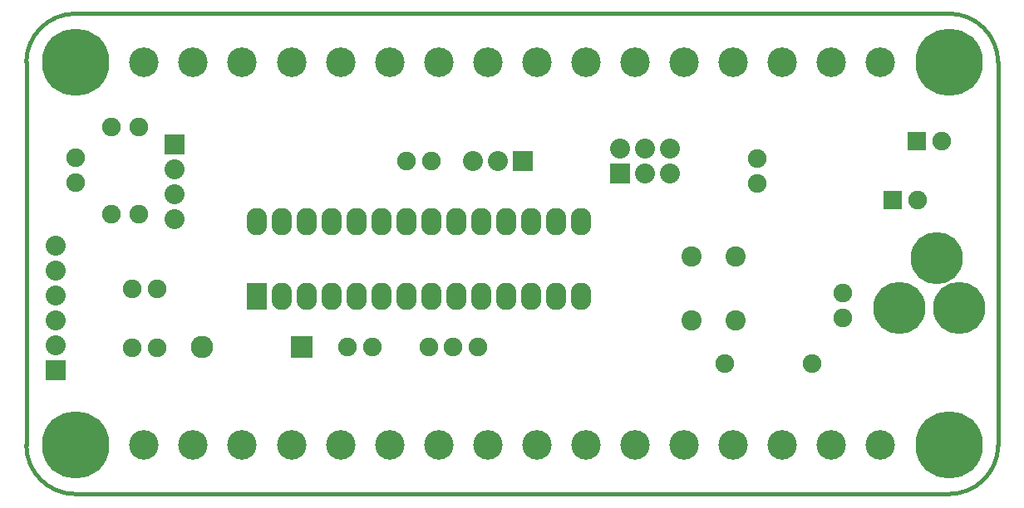
<source format=gbs>
G04 #@! TF.FileFunction,Soldermask,Bot*
%FSLAX46Y46*%
G04 Gerber Fmt 4.6, Leading zero omitted, Abs format (unit mm)*
G04 Created by KiCad (PCBNEW (after 2015-mar-04 BZR unknown)-product) date 7/17/2015 7:43:42 PM*
%MOMM*%
G01*
G04 APERTURE LIST*
%ADD10C,0.150000*%
%ADD11C,0.381000*%
%ADD12C,2.286000*%
%ADD13R,2.286000X2.286000*%
%ADD14O,2.082800X2.794000*%
%ADD15R,2.082800X2.794000*%
%ADD16C,1.905000*%
%ADD17R,2.032000X2.032000*%
%ADD18C,2.032000*%
%ADD19R,1.905000X1.905000*%
%ADD20C,3.007360*%
%ADD21C,2.057400*%
%ADD22C,5.308600*%
%ADD23C,6.858000*%
G04 APERTURE END LIST*
D10*
D11*
X92474000Y-79340000D02*
X181474000Y-79340000D01*
X87474000Y-123340000D02*
X87474000Y-84340000D01*
X181474000Y-128340000D02*
X92474000Y-128340000D01*
X186474000Y-84340000D02*
X186474000Y-123340000D01*
X87474000Y-123340000D02*
G75*
G03X92474000Y-128340000I5000000J0D01*
G01*
X181474000Y-128340000D02*
G75*
G03X186474000Y-123340000I0J5000000D01*
G01*
X186474000Y-84340000D02*
G75*
G03X181474000Y-79340000I-5000000J0D01*
G01*
X92474000Y-79340000D02*
G75*
G03X87474000Y-84340000I0J-5000000D01*
G01*
D12*
X105394000Y-113340000D03*
D13*
X115554000Y-113340000D03*
D14*
X113504000Y-108150000D03*
X116044000Y-108150000D03*
X118584000Y-108150000D03*
X121124000Y-108150000D03*
X123664000Y-108150000D03*
X126204000Y-108150000D03*
X128744000Y-108150000D03*
X131284000Y-108150000D03*
X133824000Y-108150000D03*
X136364000Y-108150000D03*
X138904000Y-108150000D03*
X141444000Y-108150000D03*
X143984000Y-108150000D03*
D15*
X110964000Y-108150000D03*
D14*
X143984000Y-100530000D03*
X141444000Y-100530000D03*
X138904000Y-100530000D03*
X136364000Y-100530000D03*
X133824000Y-100530000D03*
X131284000Y-100530000D03*
X128744000Y-100530000D03*
X126204000Y-100530000D03*
X123664000Y-100530000D03*
X121124000Y-100530000D03*
X118584000Y-100530000D03*
X116044000Y-100530000D03*
X113504000Y-100530000D03*
X110964000Y-100530000D03*
D16*
X98933000Y-99822000D03*
X98933000Y-90932000D03*
X96139000Y-99822000D03*
X96139000Y-90932000D03*
X167513000Y-115062000D03*
X158623000Y-115062000D03*
D17*
X147934000Y-95610000D03*
D18*
X147934000Y-93070000D03*
X150474000Y-95610000D03*
X150474000Y-93070000D03*
X153014000Y-95610000D03*
X153014000Y-93070000D03*
D19*
X178204000Y-92340000D03*
D16*
X180744000Y-92340000D03*
D19*
X175704000Y-98340000D03*
D16*
X178244000Y-98340000D03*
X161925000Y-94107000D03*
X161925000Y-96647000D03*
X128744000Y-94340000D03*
X126204000Y-94340000D03*
X100838000Y-113411000D03*
X98298000Y-113411000D03*
X120204000Y-113340000D03*
X122744000Y-113340000D03*
X92474000Y-94070000D03*
X92474000Y-96610000D03*
X98298000Y-107442000D03*
X100838000Y-107442000D03*
X170688000Y-107823000D03*
X170688000Y-110363000D03*
D20*
X134474000Y-123340000D03*
X129472740Y-123340000D03*
X124474020Y-123340000D03*
X119472760Y-123340000D03*
X114474040Y-123340000D03*
X109472780Y-123340000D03*
X104474060Y-123340000D03*
X99472800Y-123340000D03*
X139474000Y-84340000D03*
X144475260Y-84340000D03*
X149473980Y-84340000D03*
X154475240Y-84340000D03*
X159473960Y-84340000D03*
X164475220Y-84340000D03*
X169473940Y-84340000D03*
X174475200Y-84340000D03*
X99474000Y-84340000D03*
X104475260Y-84340000D03*
X109473980Y-84340000D03*
X114475240Y-84340000D03*
X119473960Y-84340000D03*
X124475220Y-84340000D03*
X129473940Y-84340000D03*
X134475200Y-84340000D03*
X174474000Y-123340000D03*
X169472740Y-123340000D03*
X164474020Y-123340000D03*
X159472760Y-123340000D03*
X154474040Y-123340000D03*
X149472780Y-123340000D03*
X144474060Y-123340000D03*
X139472800Y-123340000D03*
D17*
X90474000Y-115690000D03*
D18*
X90474000Y-113150000D03*
X90474000Y-110610000D03*
X90474000Y-108070000D03*
X90474000Y-105530000D03*
X90474000Y-102990000D03*
D17*
X102616000Y-92710000D03*
D18*
X102616000Y-95250000D03*
X102616000Y-97790000D03*
X102616000Y-100330000D03*
D21*
X155223560Y-104088800D03*
X159724440Y-104088800D03*
X155223560Y-110591200D03*
X159724440Y-110591200D03*
D16*
X128474640Y-113340000D03*
X133473360Y-113340000D03*
X130974000Y-113340000D03*
D22*
X182474000Y-109340000D03*
X176378000Y-109340000D03*
X180188000Y-104260000D03*
D17*
X138014000Y-94340000D03*
D18*
X135474000Y-94340000D03*
X132934000Y-94340000D03*
D23*
X92474000Y-84340000D03*
X92474000Y-123340000D03*
X181474000Y-84340000D03*
X181474000Y-123340000D03*
M02*

</source>
